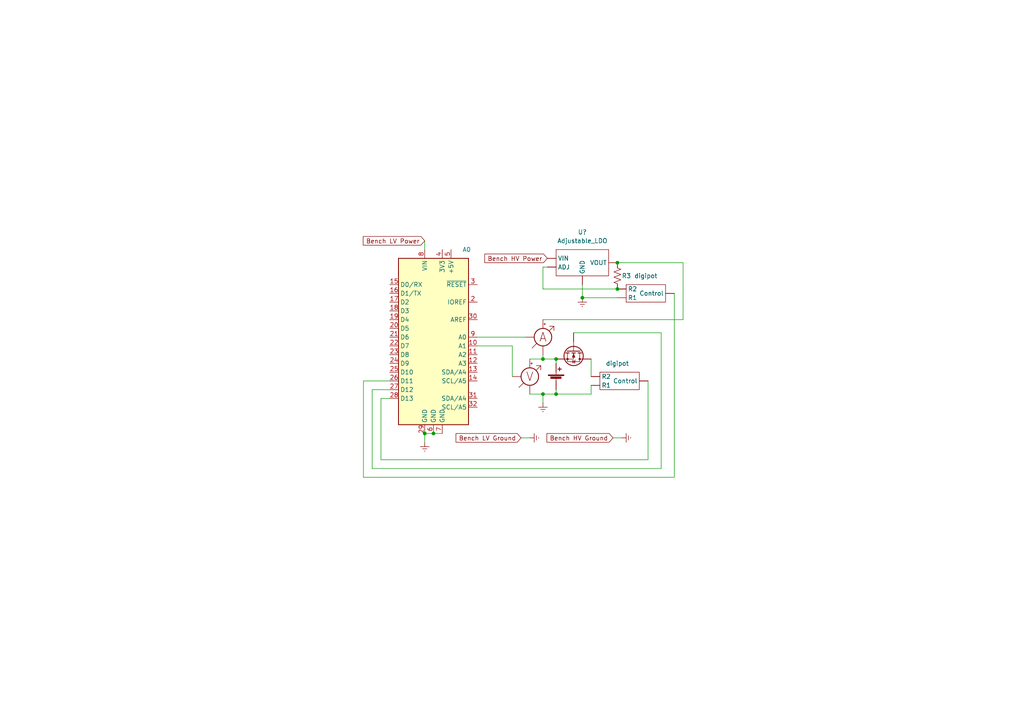
<source format=kicad_sch>
(kicad_sch (version 20211123) (generator eeschema)
  (paper "A4")
  (lib_symbols
    (symbol "Device:Battery_Cell" (pin_numbers hide) (pin_names (offset 0) hide)
      (property "Reference" "BT" (at 2.54 2.54 0))
      (property "Value" "Battery_Cell" (at 2.54 0 0))
      (symbol "Battery_Cell_0_1"
        (rectangle (start -2.286 1.778) (end 2.286 1.524) (fill (type outline)))
        (rectangle (start -1.5748 1.1938) (end 1.4732 0.6858) (fill (type outline)))
        (polyline (pts (xy 0 0.762) (xy 0 0)))
        (polyline (pts (xy 0 1.778) (xy 0 2.54)))
        (polyline (pts (xy 0.508 3.429) (xy 1.524 3.429)) (stroke (width 0.254)))
        (polyline (pts (xy 1.016 3.937) (xy 1.016 2.921)) (stroke (width 0.254)))
      )
      (symbol "Battery_Cell_1_1"
        (pin passive line (at 0 5.08 270) (length 2.54) (name "+") (number "1"))
        (pin passive line (at 0 -2.54 90) (length 2.54) (name "-") (number "2"))
      )
    )
    (symbol "Device:Q_NMOS_GDS" (pin_numbers hide) (pin_names (offset 0) hide)
      (property "Reference" "Q" (at 5.08 1.27 0))
      (property "Value" "Q_NMOS_GDS" (at 5.08 -1.27 0))
      (symbol "Q_NMOS_GDS_0_1"
        (polyline (pts (xy 0.254 0) (xy -2.54 0)))
        (polyline (pts (xy 0.254 1.905) (xy 0.254 -1.905)) (stroke (width 0.254)))
        (polyline (pts (xy 0.762 -1.27) (xy 0.762 -2.286)) (stroke (width 0.254)))
        (polyline (pts (xy 0.762 0.508) (xy 0.762 -0.508)) (stroke (width 0.254)))
        (polyline (pts (xy 0.762 2.286) (xy 0.762 1.27)) (stroke (width 0.254)))
        (polyline (pts (xy 2.54 2.54) (xy 2.54 1.778)))
        (polyline (pts (xy 2.54 -2.54) (xy 2.54 0) (xy 0.762 0)))
        (polyline (pts (xy 0.762 -1.778) (xy 3.302 -1.778) (xy 3.302 1.778) (xy 0.762 1.778)))
        (polyline (pts (xy 1.016 0) (xy 2.032 0.381) (xy 2.032 -0.381) (xy 1.016 0)) (fill (type outline)))
        (polyline (pts (xy 2.794 0.508) (xy 2.921 0.381) (xy 3.683 0.381) (xy 3.81 0.254)))
        (polyline (pts (xy 3.302 0.381) (xy 2.921 -0.254) (xy 3.683 -0.254) (xy 3.302 0.381)))
        (circle (center 1.651 0) (radius 2.794) (stroke (width 0.254)))
        (circle (center 2.54 -1.778) (radius 0.254) (fill (type outline)))
        (circle (center 2.54 1.778) (radius 0.254) (fill (type outline)))
      )
      (symbol "Q_NMOS_GDS_1_1"
        (pin input line (at -5.08 0 0) (length 2.54) (name "G") (number "1"))
        (pin passive line (at 2.54 5.08 270) (length 2.54) (name "D") (number "2"))
        (pin passive line (at 2.54 -5.08 90) (length 2.54) (name "S") (number "3"))
      )
    )
    (symbol "Device:R_US" (pin_numbers hide) (pin_names (offset 0))
      (property "Reference" "R" (at 2.54 0 90))
      (property "Value" "R_US" (at -2.54 0 90))
      (symbol "R_US_0_1"
        (polyline (pts (xy 0 -2.286) (xy 0 -2.54)))
        (polyline (pts (xy 0 2.286) (xy 0 2.54)))
        (polyline (pts (xy 0 -0.762) (xy 1.016 -1.143) (xy 0 -1.524) (xy -1.016 -1.905) (xy 0 -2.286)))
        (polyline (pts (xy 0 0.762) (xy 1.016 0.381) (xy 0 0) (xy -1.016 -0.381) (xy 0 -0.762)))
        (polyline (pts (xy 0 2.286) (xy 1.016 1.905) (xy 0 1.524) (xy -1.016 1.143) (xy 0 0.762)))
      )
      (symbol "R_US_1_1"
        (pin passive line (at 0 3.81 270) (length 1.27) (name "~") (number "1"))
        (pin passive line (at 0 -3.81 90) (length 1.27) (name "~") (number "2"))
      )
    )
    (symbol "MCU_Module:Arduino_UNO_R3"
      (property "Reference" "A0" (at 8.3694 25.4 0))
      (symbol "Arduino_UNO_R3_0_1"
        (rectangle (start -10.16 22.86) (end 10.16 -25.4) (stroke (width 0.254)) (fill (type background)))
      )
      (symbol "Arduino_UNO_R3_1_1"
        (pin no_connect line (at -10.16 -20.32 0) (length 2.54) hide (name "NC") (number "1"))
        (pin bidirectional line (at 12.7 -2.54 180) (length 2.54) (name "A1") (number "10"))
        (pin bidirectional line (at 12.7 -5.08 180) (length 2.54) (name "A2") (number "11"))
        (pin bidirectional line (at 12.7 -7.62 180) (length 2.54) (name "A3") (number "12"))
        (pin bidirectional line (at 12.7 -10.16 180) (length 2.54) (name "SDA/A4") (number "13"))
        (pin bidirectional line (at 12.7 -12.7 180) (length 2.54) (name "SCL/A5") (number "14"))
        (pin bidirectional line (at -12.7 15.24 0) (length 2.54) (name "D0/RX") (number "15"))
        (pin bidirectional line (at -12.7 12.7 0) (length 2.54) (name "D1/TX") (number "16"))
        (pin bidirectional line (at -12.7 10.16 0) (length 2.54) (name "D2") (number "17"))
        (pin bidirectional line (at -12.7 7.62 0) (length 2.54) (name "D3") (number "18"))
        (pin bidirectional line (at -12.7 5.08 0) (length 2.54) (name "D4") (number "19"))
        (pin output line (at 12.7 10.16 180) (length 2.54) (name "IOREF") (number "2"))
        (pin bidirectional line (at -12.7 2.54 0) (length 2.54) (name "D5") (number "20"))
        (pin bidirectional line (at -12.7 0 0) (length 2.54) (name "D6") (number "21"))
        (pin bidirectional line (at -12.7 -2.54 0) (length 2.54) (name "D7") (number "22"))
        (pin bidirectional line (at -12.7 -5.08 0) (length 2.54) (name "D8") (number "23"))
        (pin bidirectional line (at -12.7 -7.62 0) (length 2.54) (name "D9") (number "24"))
        (pin bidirectional line (at -12.7 -10.16 0) (length 2.54) (name "D10") (number "25"))
        (pin bidirectional line (at -12.7 -12.7 0) (length 2.54) (name "D11") (number "26"))
        (pin bidirectional line (at -12.7 -15.24 0) (length 2.54) (name "D12") (number "27"))
        (pin bidirectional line (at -12.7 -17.78 0) (length 2.54) (name "D13") (number "28"))
        (pin power_in line (at -2.54 -27.94 90) (length 2.54) (name "GND") (number "29"))
        (pin input line (at 12.7 15.24 180) (length 2.54) (name "~{RESET}") (number "3"))
        (pin input line (at 12.7 5.08 180) (length 2.54) (name "AREF") (number "30"))
        (pin bidirectional line (at 12.7 -17.78 180) (length 2.54) (name "SDA/A4") (number "31"))
        (pin bidirectional line (at 12.7 -20.32 180) (length 2.54) (name "SCL/A5") (number "32"))
        (pin power_out line (at 2.54 25.4 270) (length 2.54) (name "3V3") (number "4"))
        (pin power_out line (at 5.08 25.4 270) (length 2.54) (name "+5V") (number "5"))
        (pin power_in line (at 0 -27.94 90) (length 2.54) (name "GND") (number "6"))
        (pin power_in line (at 2.54 -27.94 90) (length 2.54) (name "GND") (number "7"))
        (pin power_in line (at -2.54 25.4 270) (length 2.54) (name "VIN") (number "8"))
        (pin bidirectional line (at 12.7 0 180) (length 2.54) (name "A0") (number "9"))
      )
    )
    (symbol "Rapid-EPS_architecture-blocks:Adjustable_LDO"
      (property "Reference" "U?" (at 0 0 0))
      (property "Value" "Adjustable_LDO" (at 0 -2.54 0))
      (symbol "Adjustable_LDO_0_1"
        (rectangle (start -7.62 -5.08) (end 7.62 -12.7))
      )
      (symbol "Adjustable_LDO_1_1"
        (pin input line (at -10.16 -10.16 0) (length 2.54) (name "ADJ") (number ""))
        (pin power_in line (at 0 -15.24 90) (length 2.54) (name "GND") (number ""))
        (pin power_in line (at -10.16 -7.62 0) (length 2.54) (name "VIN") (number ""))
        (pin power_out line (at 10.16 -8.89 180) (length 2.54) (name "VOUT") (number ""))
      )
    )
    (symbol "Rapid-EPS_architecture-blocks:Ammeter_DIO" (pin_numbers hide) (pin_names (offset 0.0254) hide)
      (symbol "Ammeter_DIO_0_0"
        (polyline (pts (xy -3.175 -3.175) (xy -1.905 -1.905)))
        (polyline (pts (xy 1.905 1.905) (xy 3.175 3.175)))
        (polyline (pts (xy 1.905 3.175) (xy 3.175 3.175) (xy 3.175 1.905)))
        (text "A" (at 0 0 0) (effects (font (size 2.54 2.54))))
      )
      (symbol "Ammeter_DIO_0_1"
        (polyline (pts (xy 0.254 3.81) (xy 0.762 3.81)))
        (polyline (pts (xy 0.508 4.064) (xy 0.508 3.556)))
        (circle (center 0 0) (radius 2.54) (stroke (width 0.254)))
      )
      (symbol "Ammeter_DIO_1_1"
        (pin output line (at -5.08 0 0) (length 2.54) (name "") (number ""))
        (pin passive line (at 0 -5.08 90) (length 2.54) (name "-") (number "1"))
        (pin passive line (at 0 5.08 270) (length 2.54) (name "+") (number "2"))
      )
    )
    (symbol "Rapid-EPS_architecture-blocks:Voltmeter_DIO" (pin_numbers hide) (pin_names (offset 0.0254) hide)
      (symbol "Voltmeter_DIO_0_0"
        (polyline (pts (xy -3.175 -3.175) (xy -1.905 -1.905)))
        (polyline (pts (xy 1.905 1.905) (xy 3.175 3.175)))
        (polyline (pts (xy 1.905 3.175) (xy 3.175 3.175) (xy 3.175 1.905)))
        (text "V" (at 0 0 0) (effects (font (size 2.54 2.54))))
      )
      (symbol "Voltmeter_DIO_0_1"
        (polyline (pts (xy 0.254 3.81) (xy 0.762 3.81)))
        (polyline (pts (xy 0.508 4.064) (xy 0.508 3.556)))
        (circle (center 0 0) (radius 2.54) (stroke (width 0.254)))
      )
      (symbol "Voltmeter_DIO_1_1"
        (pin output line (at -5.08 0 0) (length 2.54) (name "") (number ""))
        (pin passive line (at 0 -5.08 90) (length 2.54) (name "-") (number "1"))
        (pin passive line (at 0 5.08 270) (length 2.54) (name "+") (number "2"))
      )
    )
    (symbol "digipot_1"
      (property "Reference" "R?" (at 5.08 1.27 0))
      (property "Value" "digipot_1" (at 5.08 3.81 0))
      (symbol "digipot_1_0_1"
        (rectangle (start 0 0) (end 11.43 -5.08))
      )
      (symbol "digipot_1_1_1"
        (pin input line (at -2.54 -2.54 0) (length 2.54) (name "Control") (number ""))
        (pin passive line (at 13.97 -3.81 180) (length 2.54) (name "R1") (number ""))
        (pin passive line (at 13.97 -1.27 180) (length 2.54) (name "R2") (number ""))
      )
    )
    (symbol "digipot_2"
      (property "Value" "digipot" (at 5.715 2.54 0))
      (symbol "digipot_2_0_1"
        (rectangle (start 0 0) (end 11.43 -5.08))
      )
      (symbol "digipot_2_1_1"
        (pin input line (at -2.54 -2.54 0) (length 2.54) (name "Control") (number ""))
        (pin passive line (at 13.97 -3.81 180) (length 2.54) (name "R1") (number ""))
        (pin passive line (at 13.97 -1.27 180) (length 2.54) (name "R2") (number ""))
      )
    )
    (symbol "power:Earth" (power) (pin_names (offset 0))
      (symbol "Earth_0_1"
        (polyline (pts (xy -0.635 -1.905) (xy 0.635 -1.905)))
        (polyline (pts (xy -0.127 -2.54) (xy 0.127 -2.54)))
        (polyline (pts (xy 0 -1.27) (xy 0 0)))
        (polyline (pts (xy 1.27 -1.27) (xy -1.27 -1.27)))
      )
      (symbol "Earth_1_1"
        (pin power_in line (at 0 0 270) (length 0) hide (name "Earth") (number "1"))
      )
    )
  )
  (junction (at 123.19 125.73))
  (junction (at 125.73 125.73))
  (junction (at 168.91 86.36))
  (junction (at 179.07 76.2))
  (junction (at 161.29 104.14))
  (junction (at 157.48 104.14))
  (junction (at 179.07 83.82))
  (junction (at 161.29 114.3))
  (junction (at 157.48 114.3))
  (wire (pts (xy 153.67 104.14) (xy 157.48 104.14)))
  (wire (pts (xy 191.77 135.89) (xy 191.77 96.52)))
  (wire (pts (xy 110.49 115.57) (xy 113.03 115.57)))
  (wire (pts (xy 158.75 77.47) (xy 157.48 77.47)))
  (wire (pts (xy 198.12 92.71) (xy 157.48 92.71)))
  (wire (pts (xy 123.19 125.73) (xy 125.73 125.73)))
  (wire (pts (xy 191.77 96.52) (xy 166.37 96.52)))
  (wire (pts (xy 110.49 133.35) (xy 110.49 115.57)))
  (wire (pts (xy 187.96 133.35) (xy 110.49 133.35)))
  (wire (pts (xy 157.48 104.14) (xy 161.29 104.14)))
  (wire (pts (xy 157.48 114.3) (xy 161.29 114.3)))
  (wire (pts (xy 105.41 110.49) (xy 105.41 138.43)))
  (wire (pts (xy 198.12 76.2) (xy 198.12 92.71)))
  (wire (pts (xy 138.43 97.79) (xy 152.4 97.79)))
  (wire (pts (xy 187.96 110.49) (xy 187.96 133.35)))
  (wire (pts (xy 168.91 82.55) (xy 168.91 86.36)))
  (wire (pts (xy 157.48 77.47) (xy 157.48 83.82)))
  (wire (pts (xy 161.29 114.3) (xy 171.45 114.3)))
  (wire (pts (xy 151.13 127) (xy 153.67 127)))
  (wire (pts (xy 138.43 100.33) (xy 148.59 100.33)))
  (wire (pts (xy 107.95 113.03) (xy 107.95 135.89)))
  (wire (pts (xy 113.03 110.49) (xy 105.41 110.49)))
  (wire (pts (xy 195.58 138.43) (xy 195.58 85.09)))
  (wire (pts (xy 157.48 114.3) (xy 157.48 116.84)))
  (wire (pts (xy 113.03 113.03) (xy 107.95 113.03)))
  (wire (pts (xy 157.48 102.87) (xy 157.48 104.14)))
  (wire (pts (xy 123.19 69.85) (xy 123.19 72.39)))
  (wire (pts (xy 107.95 135.89) (xy 191.77 135.89)))
  (wire (pts (xy 177.8 127) (xy 180.34 127)))
  (wire (pts (xy 125.73 125.73) (xy 128.27 125.73)))
  (wire (pts (xy 153.67 114.3) (xy 157.48 114.3)))
  (wire (pts (xy 179.07 86.36) (xy 168.91 86.36)))
  (wire (pts (xy 179.07 76.2) (xy 198.12 76.2)))
  (wire (pts (xy 161.29 104.14) (xy 161.29 105.41)))
  (wire (pts (xy 171.45 104.14) (xy 171.45 109.22)))
  (wire (pts (xy 161.29 114.3) (xy 161.29 113.03)))
  (wire (pts (xy 179.07 83.82) (xy 157.48 83.82)))
  (wire (pts (xy 123.19 125.73) (xy 123.19 128.27)))
  (wire (pts (xy 148.59 109.22) (xy 148.59 100.33)))
  (wire (pts (xy 171.45 111.76) (xy 171.45 114.3)))
  (wire (pts (xy 105.41 138.43) (xy 195.58 138.43)))
  (global_label "Bench HV Power" (shape input) (at 158.75 74.93 180) (property "Intersheet References" "${INTERSHEET_REFS}" (effects hide)))
  (global_label "Bench LV Ground" (shape input) (at 151.13 127 180) (property "Intersheet References" "${INTERSHEET_REFS}" (effects hide)))
  (global_label "Bench HV Ground" (shape input) (at 177.8 127 180) (property "Intersheet References" "${INTERSHEET_REFS}" (effects hide)))
  (global_label "Bench LV Power" (shape input) (at 123.19 69.85 180) (property "Intersheet References" "${INTERSHEET_REFS}" (effects hide)))
  (symbol (lib_id "MCU_Module:Arduino_UNO_R3") (at 125.73 97.79 0) (unit 1)
    (property "Reference" "A0" (at 134.0994 72.39 0) (effects (justify left)))
    (property "Value" "Arduino_UNO_R3" (effects hide))
    (property "Footprint" "Module:Arduino_UNO_R3" (effects hide))
    (property "Datasheet" "https://www.arduino.cc/en/Main/arduinoBoardUno" (effects hide))
  )
  (symbol (lib_id "power:Earth") (at 123.19 128.27 0) (unit 1)
    (property "Reference" "#PWR?" (effects hide))
    (property "Value" "Earth" (effects hide))
  )
  (symbol (lib_id "power:Earth") (at 153.67 127 90) (unit 1)
    (property "Reference" "#PWR?" (effects hide))
    (property "Value" "Earth" (effects hide))
  )
  (symbol (lib_id "Rapid-EPS_architecture-blocks:Adjustable_LDO") (at 168.91 67.31 0) (unit 1)
    (property "Reference" "U?" (at 168.91 67.31 0))
    (property "Value" "Adjustable_LDO" (at 168.91 69.85 0))
  )
  (symbol (lib_id "Rapid-EPS_architecture-blocks:Ammeter_DIO") (at 157.48 97.79 0) (unit 1)
    (property "Reference" "MES2" (effects hide))
    (property "Value" "Ammeter_DIO" (effects hide))
  )
  (symbol (lib_id "Device:Q_NMOS_GDS") (at 166.37 101.6 270) (unit 1)
    (property "Reference" "Q2" (effects hide))
    (property "Value" "Q_NMOS_GDS" (effects hide))
  )
  (symbol (lib_id "Device:Battery_Cell") (at 161.29 110.49 0) (unit 1)
    (property "Reference" "BT1" (effects hide))
    (property "Value" "Battery_Cell" (effects hide))
  )
  (symbol (lib_id "power:Earth") (at 180.34 127 90) (unit 1)
    (property "Reference" "#PWR?" (effects hide))
    (property "Value" "Earth" (effects hide))
  )
  (symbol (lib_name "digipot_1") (lib_id "Rapid-EPS_architecture-blocks:digipot") (at 185.42 107.95 0) (mirror y) (unit 1)
    (property "Reference" "R2" (effects hide))
    (property "Value" "digipot" (at 179.07 105.41 0))
  )
  (symbol (lib_id "power:Earth") (at 168.91 86.36 0) (unit 1)
    (property "Reference" "#PWR?" (effects hide))
    (property "Value" "Earth" (effects hide))
  )
  (symbol (lib_name "digipot_2") (lib_id "Rapid-EPS_architecture-blocks:digipot") (at 193.04 82.55 0) (mirror y) (unit 1)
    (property "Reference" "R2" (effects hide))
    (property "Value" "digipot" (at 187.325 80.01 0))
  )
  (symbol (lib_id "Rapid-EPS_architecture-blocks:Voltmeter_DIO") (at 153.67 109.22 0) (unit 1)
    (property "Reference" "MES1" (effects hide))
    (property "Value" "Voltmeter_DIO" (effects hide))
  )
  (symbol (lib_id "Device:R_US") (at 179.07 80.01 0) (unit 1)
    (property "Reference" "R3" (at 180.34 80.0099 0) (effects (justify left)))
    (property "Value" "R_US" (effects hide))
  )
  (symbol (lib_id "power:Earth") (at 157.48 116.84 0) (unit 1)
    (property "Reference" "#PWR?" (effects hide))
    (property "Value" "Earth" (effects hide))
  )
)
</source>
